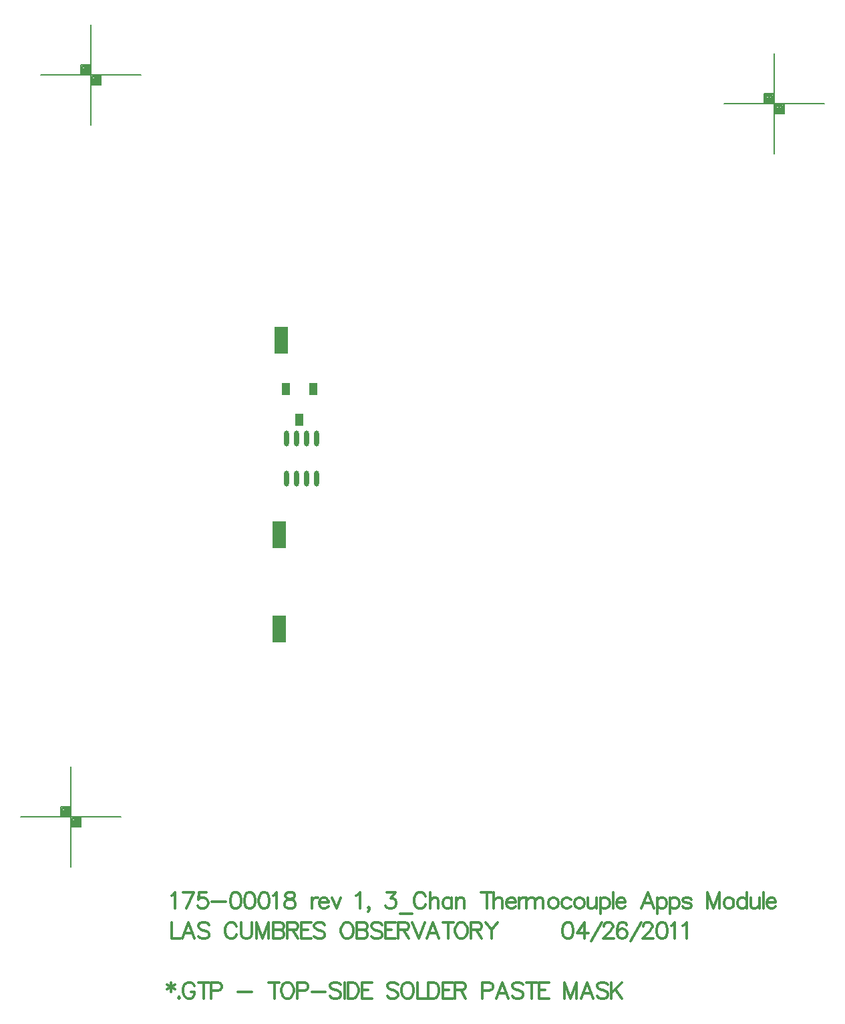
<source format=gtp>
%FSLAX23Y23*%
%MOIN*%
G70*
G01*
G75*
G04 Layer_Color=8421504*
%ADD10O,0.024X0.079*%
%ADD11R,0.070X0.135*%
%ADD12R,0.039X0.059*%
%ADD13C,0.010*%
%ADD14C,0.020*%
%ADD15C,0.012*%
%ADD16C,0.008*%
%ADD17C,0.012*%
%ADD18C,0.012*%
%ADD19C,0.120*%
%ADD20C,0.050*%
%ADD21C,0.059*%
%ADD22R,0.059X0.059*%
%ADD23C,0.276*%
%ADD24C,0.020*%
%ADD25C,0.040*%
%ADD26C,0.110*%
G04:AMPARAMS|DCode=27|XSize=130mil|YSize=130mil|CornerRadius=0mil|HoleSize=0mil|Usage=FLASHONLY|Rotation=0.000|XOffset=0mil|YOffset=0mil|HoleType=Round|Shape=Relief|Width=10mil|Gap=10mil|Entries=4|*
%AMTHD27*
7,0,0,0.130,0.110,0.010,45*
%
%ADD27THD27*%
%ADD28C,0.065*%
G04:AMPARAMS|DCode=29|XSize=85mil|YSize=85mil|CornerRadius=0mil|HoleSize=0mil|Usage=FLASHONLY|Rotation=0.000|XOffset=0mil|YOffset=0mil|HoleType=Round|Shape=Relief|Width=10mil|Gap=10mil|Entries=4|*
%AMTHD29*
7,0,0,0.085,0.065,0.010,45*
%
%ADD29THD29*%
%ADD30C,0.075*%
G04:AMPARAMS|DCode=31|XSize=95.433mil|YSize=95.433mil|CornerRadius=0mil|HoleSize=0mil|Usage=FLASHONLY|Rotation=0.000|XOffset=0mil|YOffset=0mil|HoleType=Round|Shape=Relief|Width=10mil|Gap=10mil|Entries=4|*
%AMTHD31*
7,0,0,0.095,0.075,0.010,45*
%
%ADD31THD31*%
%ADD32C,0.197*%
G04:AMPARAMS|DCode=33|XSize=70mil|YSize=70mil|CornerRadius=0mil|HoleSize=0mil|Usage=FLASHONLY|Rotation=0.000|XOffset=0mil|YOffset=0mil|HoleType=Round|Shape=Relief|Width=10mil|Gap=10mil|Entries=4|*
%AMTHD33*
7,0,0,0.070,0.050,0.010,45*
%
%ADD33THD33*%
%ADD34R,0.050X0.050*%
%ADD35O,0.087X0.024*%
%ADD36R,0.020X0.709*%
%ADD37R,0.085X0.016*%
%ADD38C,0.010*%
%ADD39C,0.008*%
%ADD40C,0.007*%
%ADD41R,0.175X0.238*%
D10*
X24778Y17943D02*
D03*
X24828D02*
D03*
X24878D02*
D03*
X24928D02*
D03*
X24778Y18140D02*
D03*
X24828D02*
D03*
X24878D02*
D03*
X24928D02*
D03*
D11*
X24753Y18631D02*
D03*
X24743Y17191D02*
D03*
Y17661D02*
D03*
D12*
X24912Y18388D02*
D03*
X24843Y18234D02*
D03*
X24774Y18388D02*
D03*
D16*
X26963Y19813D02*
X27463D01*
X27213Y19563D02*
Y20063D01*
X27163Y19813D02*
Y19863D01*
X27213D01*
X27263Y19763D02*
Y19813D01*
X27213Y19763D02*
X27263D01*
X27218Y19808D02*
X27258D01*
Y19768D02*
Y19808D01*
X27218Y19768D02*
X27258D01*
X27218D02*
Y19808D01*
X27223Y19803D02*
X27253D01*
Y19773D02*
Y19803D01*
X27223Y19773D02*
X27253D01*
X27223D02*
Y19798D01*
X27228D02*
X27248D01*
Y19778D02*
Y19798D01*
X27228Y19778D02*
X27248D01*
X27228D02*
Y19793D01*
X27233D02*
X27243D01*
Y19783D02*
Y19793D01*
X27233Y19783D02*
X27243D01*
X27233D02*
Y19793D01*
Y19788D02*
X27243D01*
X27168Y19858D02*
X27208D01*
Y19818D02*
Y19858D01*
X27168Y19818D02*
X27208D01*
X27168D02*
Y19858D01*
X27173Y19853D02*
X27203D01*
Y19823D02*
Y19853D01*
X27173Y19823D02*
X27203D01*
X27173D02*
Y19848D01*
X27178D02*
X27198D01*
Y19828D02*
Y19848D01*
X27178Y19828D02*
X27198D01*
X27178D02*
Y19843D01*
X27183D02*
X27193D01*
Y19833D02*
Y19843D01*
X27183Y19833D02*
X27193D01*
X27183D02*
Y19843D01*
Y19838D02*
X27193D01*
X23552Y19954D02*
X24052D01*
X23802Y19704D02*
Y20204D01*
X23752Y19954D02*
Y20004D01*
X23802D01*
X23852Y19904D02*
Y19954D01*
X23802Y19904D02*
X23852D01*
X23807Y19949D02*
X23847D01*
Y19909D02*
Y19949D01*
X23807Y19909D02*
X23847D01*
X23807D02*
Y19949D01*
X23812Y19944D02*
X23842D01*
Y19914D02*
Y19944D01*
X23812Y19914D02*
X23842D01*
X23812D02*
Y19939D01*
X23817D02*
X23837D01*
Y19919D02*
Y19939D01*
X23817Y19919D02*
X23837D01*
X23817D02*
Y19934D01*
X23822D02*
X23832D01*
Y19924D02*
Y19934D01*
X23822Y19924D02*
X23832D01*
X23822D02*
Y19934D01*
Y19929D02*
X23832D01*
X23757Y19999D02*
X23797D01*
Y19959D02*
Y19999D01*
X23757Y19959D02*
X23797D01*
X23757D02*
Y19999D01*
X23762Y19994D02*
X23792D01*
Y19964D02*
Y19994D01*
X23762Y19964D02*
X23792D01*
X23762D02*
Y19989D01*
X23767D02*
X23787D01*
Y19969D02*
Y19989D01*
X23767Y19969D02*
X23787D01*
X23767D02*
Y19984D01*
X23772D02*
X23782D01*
Y19974D02*
Y19984D01*
X23772Y19974D02*
X23782D01*
X23772D02*
Y19984D01*
Y19979D02*
X23782D01*
X23453Y16254D02*
X23953D01*
X23703Y16004D02*
Y16504D01*
X23653Y16254D02*
Y16304D01*
X23703D01*
X23753Y16204D02*
Y16254D01*
X23703Y16204D02*
X23753D01*
X23708Y16249D02*
X23748D01*
Y16209D02*
Y16249D01*
X23708Y16209D02*
X23748D01*
X23708D02*
Y16249D01*
X23713Y16244D02*
X23743D01*
Y16214D02*
Y16244D01*
X23713Y16214D02*
X23743D01*
X23713D02*
Y16239D01*
X23718D02*
X23738D01*
Y16219D02*
Y16239D01*
X23718Y16219D02*
X23738D01*
X23718D02*
Y16234D01*
X23723D02*
X23733D01*
Y16224D02*
Y16234D01*
X23723Y16224D02*
X23733D01*
X23723D02*
Y16234D01*
Y16229D02*
X23733D01*
X23658Y16299D02*
X23698D01*
Y16259D02*
Y16299D01*
X23658Y16259D02*
X23698D01*
X23658D02*
Y16299D01*
X23663Y16294D02*
X23693D01*
Y16264D02*
Y16294D01*
X23663Y16264D02*
X23693D01*
X23663D02*
Y16289D01*
X23668D02*
X23688D01*
Y16269D02*
Y16289D01*
X23668Y16269D02*
X23688D01*
X23668D02*
Y16284D01*
X23673D02*
X23683D01*
Y16274D02*
Y16284D01*
X23673Y16274D02*
X23683D01*
X23673D02*
Y16284D01*
Y16279D02*
X23683D01*
D17*
X24202Y15429D02*
Y15383D01*
X24183Y15418D02*
X24221Y15395D01*
Y15418D02*
X24183Y15395D01*
X24241Y15357D02*
X24238Y15353D01*
X24241Y15349D01*
X24245Y15353D01*
X24241Y15357D01*
X24320Y15410D02*
X24316Y15418D01*
X24308Y15425D01*
X24301Y15429D01*
X24286D01*
X24278Y15425D01*
X24270Y15418D01*
X24266Y15410D01*
X24263Y15399D01*
Y15380D01*
X24266Y15368D01*
X24270Y15361D01*
X24278Y15353D01*
X24286Y15349D01*
X24301D01*
X24308Y15353D01*
X24316Y15361D01*
X24320Y15368D01*
Y15380D01*
X24301D02*
X24320D01*
X24365Y15429D02*
Y15349D01*
X24338Y15429D02*
X24391D01*
X24401Y15387D02*
X24435D01*
X24447Y15391D01*
X24450Y15395D01*
X24454Y15402D01*
Y15414D01*
X24450Y15421D01*
X24447Y15425D01*
X24435Y15429D01*
X24401D01*
Y15349D01*
X24535Y15383D02*
X24604D01*
X24717Y15429D02*
Y15349D01*
X24690Y15429D02*
X24743D01*
X24776D02*
X24768Y15425D01*
X24760Y15418D01*
X24757Y15410D01*
X24753Y15399D01*
Y15380D01*
X24757Y15368D01*
X24760Y15361D01*
X24768Y15353D01*
X24776Y15349D01*
X24791D01*
X24799Y15353D01*
X24806Y15361D01*
X24810Y15368D01*
X24814Y15380D01*
Y15399D01*
X24810Y15410D01*
X24806Y15418D01*
X24799Y15425D01*
X24791Y15429D01*
X24776D01*
X24832Y15387D02*
X24867D01*
X24878Y15391D01*
X24882Y15395D01*
X24886Y15402D01*
Y15414D01*
X24882Y15421D01*
X24878Y15425D01*
X24867Y15429D01*
X24832D01*
Y15349D01*
X24904Y15383D02*
X24972D01*
X25049Y15418D02*
X25042Y15425D01*
X25030Y15429D01*
X25015D01*
X25003Y15425D01*
X24996Y15418D01*
Y15410D01*
X25000Y15402D01*
X25003Y15399D01*
X25011Y15395D01*
X25034Y15387D01*
X25042Y15383D01*
X25045Y15380D01*
X25049Y15372D01*
Y15361D01*
X25042Y15353D01*
X25030Y15349D01*
X25015D01*
X25003Y15353D01*
X24996Y15361D01*
X25067Y15429D02*
Y15349D01*
X25084Y15429D02*
Y15349D01*
Y15429D02*
X25110D01*
X25122Y15425D01*
X25130Y15418D01*
X25133Y15410D01*
X25137Y15399D01*
Y15380D01*
X25133Y15368D01*
X25130Y15361D01*
X25122Y15353D01*
X25110Y15349D01*
X25084D01*
X25205Y15429D02*
X25155D01*
Y15349D01*
X25205D01*
X25155Y15391D02*
X25185D01*
X25334Y15418D02*
X25326Y15425D01*
X25315Y15429D01*
X25300D01*
X25288Y15425D01*
X25281Y15418D01*
Y15410D01*
X25285Y15402D01*
X25288Y15399D01*
X25296Y15395D01*
X25319Y15387D01*
X25326Y15383D01*
X25330Y15380D01*
X25334Y15372D01*
Y15361D01*
X25326Y15353D01*
X25315Y15349D01*
X25300D01*
X25288Y15353D01*
X25281Y15361D01*
X25375Y15429D02*
X25367Y15425D01*
X25360Y15418D01*
X25356Y15410D01*
X25352Y15399D01*
Y15380D01*
X25356Y15368D01*
X25360Y15361D01*
X25367Y15353D01*
X25375Y15349D01*
X25390D01*
X25398Y15353D01*
X25405Y15361D01*
X25409Y15368D01*
X25413Y15380D01*
Y15399D01*
X25409Y15410D01*
X25405Y15418D01*
X25398Y15425D01*
X25390Y15429D01*
X25375D01*
X25432D02*
Y15349D01*
X25477D01*
X25486Y15429D02*
Y15349D01*
Y15429D02*
X25513D01*
X25524Y15425D01*
X25532Y15418D01*
X25536Y15410D01*
X25539Y15399D01*
Y15380D01*
X25536Y15368D01*
X25532Y15361D01*
X25524Y15353D01*
X25513Y15349D01*
X25486D01*
X25607Y15429D02*
X25557D01*
Y15349D01*
X25607D01*
X25557Y15391D02*
X25588D01*
X25620Y15429D02*
Y15349D01*
Y15429D02*
X25654D01*
X25666Y15425D01*
X25670Y15421D01*
X25673Y15414D01*
Y15406D01*
X25670Y15399D01*
X25666Y15395D01*
X25654Y15391D01*
X25620D01*
X25647D02*
X25673Y15349D01*
X25754Y15387D02*
X25788D01*
X25800Y15391D01*
X25804Y15395D01*
X25807Y15402D01*
Y15414D01*
X25804Y15421D01*
X25800Y15425D01*
X25788Y15429D01*
X25754D01*
Y15349D01*
X25886D02*
X25856Y15429D01*
X25825Y15349D01*
X25837Y15376D02*
X25875D01*
X25958Y15418D02*
X25951Y15425D01*
X25939Y15429D01*
X25924D01*
X25913Y15425D01*
X25905Y15418D01*
Y15410D01*
X25909Y15402D01*
X25913Y15399D01*
X25920Y15395D01*
X25943Y15387D01*
X25951Y15383D01*
X25954Y15380D01*
X25958Y15372D01*
Y15361D01*
X25951Y15353D01*
X25939Y15349D01*
X25924D01*
X25913Y15353D01*
X25905Y15361D01*
X26003Y15429D02*
Y15349D01*
X25976Y15429D02*
X26030D01*
X26089D02*
X26039D01*
Y15349D01*
X26089D01*
X26039Y15391D02*
X26069D01*
X26165Y15429D02*
Y15349D01*
Y15429D02*
X26195Y15349D01*
X26226Y15429D02*
X26195Y15349D01*
X26226Y15429D02*
Y15349D01*
X26309D02*
X26279Y15429D01*
X26249Y15349D01*
X26260Y15376D02*
X26298D01*
X26381Y15418D02*
X26374Y15425D01*
X26362Y15429D01*
X26347D01*
X26336Y15425D01*
X26328Y15418D01*
Y15410D01*
X26332Y15402D01*
X26336Y15399D01*
X26343Y15395D01*
X26366Y15387D01*
X26374Y15383D01*
X26378Y15380D01*
X26381Y15372D01*
Y15361D01*
X26374Y15353D01*
X26362Y15349D01*
X26347D01*
X26336Y15353D01*
X26328Y15361D01*
X26399Y15429D02*
Y15349D01*
X26453Y15429D02*
X26399Y15376D01*
X26418Y15395D02*
X26453Y15349D01*
X24204Y15862D02*
X24212Y15866D01*
X24223Y15878D01*
Y15798D01*
X24316Y15878D02*
X24278Y15798D01*
X24263Y15878D02*
X24316D01*
X24380D02*
X24342D01*
X24338Y15843D01*
X24342Y15847D01*
X24353Y15851D01*
X24364D01*
X24376Y15847D01*
X24383Y15840D01*
X24387Y15828D01*
Y15821D01*
X24383Y15809D01*
X24376Y15801D01*
X24364Y15798D01*
X24353D01*
X24342Y15801D01*
X24338Y15805D01*
X24334Y15813D01*
X24405Y15832D02*
X24474D01*
X24520Y15878D02*
X24509Y15874D01*
X24501Y15862D01*
X24497Y15843D01*
Y15832D01*
X24501Y15813D01*
X24509Y15801D01*
X24520Y15798D01*
X24528D01*
X24539Y15801D01*
X24547Y15813D01*
X24551Y15832D01*
Y15843D01*
X24547Y15862D01*
X24539Y15874D01*
X24528Y15878D01*
X24520D01*
X24591D02*
X24580Y15874D01*
X24572Y15862D01*
X24569Y15843D01*
Y15832D01*
X24572Y15813D01*
X24580Y15801D01*
X24591Y15798D01*
X24599D01*
X24610Y15801D01*
X24618Y15813D01*
X24622Y15832D01*
Y15843D01*
X24618Y15862D01*
X24610Y15874D01*
X24599Y15878D01*
X24591D01*
X24663D02*
X24651Y15874D01*
X24644Y15862D01*
X24640Y15843D01*
Y15832D01*
X24644Y15813D01*
X24651Y15801D01*
X24663Y15798D01*
X24670D01*
X24682Y15801D01*
X24689Y15813D01*
X24693Y15832D01*
Y15843D01*
X24689Y15862D01*
X24682Y15874D01*
X24670Y15878D01*
X24663D01*
X24711Y15862D02*
X24719Y15866D01*
X24730Y15878D01*
Y15798D01*
X24789Y15878D02*
X24777Y15874D01*
X24773Y15866D01*
Y15859D01*
X24777Y15851D01*
X24785Y15847D01*
X24800Y15843D01*
X24812Y15840D01*
X24819Y15832D01*
X24823Y15824D01*
Y15813D01*
X24819Y15805D01*
X24815Y15801D01*
X24804Y15798D01*
X24789D01*
X24777Y15801D01*
X24773Y15805D01*
X24770Y15813D01*
Y15824D01*
X24773Y15832D01*
X24781Y15840D01*
X24793Y15843D01*
X24808Y15847D01*
X24815Y15851D01*
X24819Y15859D01*
Y15866D01*
X24815Y15874D01*
X24804Y15878D01*
X24789D01*
X24904Y15851D02*
Y15798D01*
Y15828D02*
X24908Y15840D01*
X24915Y15847D01*
X24923Y15851D01*
X24934D01*
X24941Y15828D02*
X24987D01*
Y15836D01*
X24983Y15843D01*
X24980Y15847D01*
X24972Y15851D01*
X24960D01*
X24953Y15847D01*
X24945Y15840D01*
X24941Y15828D01*
Y15821D01*
X24945Y15809D01*
X24953Y15801D01*
X24960Y15798D01*
X24972D01*
X24980Y15801D01*
X24987Y15809D01*
X25004Y15851D02*
X25027Y15798D01*
X25050Y15851D02*
X25027Y15798D01*
X25126Y15862D02*
X25133Y15866D01*
X25145Y15878D01*
Y15798D01*
X25192Y15801D02*
X25188Y15798D01*
X25184Y15801D01*
X25188Y15805D01*
X25192Y15801D01*
Y15794D01*
X25188Y15786D01*
X25184Y15782D01*
X25280Y15878D02*
X25322D01*
X25299Y15847D01*
X25311D01*
X25318Y15843D01*
X25322Y15840D01*
X25326Y15828D01*
Y15821D01*
X25322Y15809D01*
X25314Y15801D01*
X25303Y15798D01*
X25291D01*
X25280Y15801D01*
X25276Y15805D01*
X25272Y15813D01*
X25344Y15771D02*
X25405D01*
X25472Y15859D02*
X25468Y15866D01*
X25461Y15874D01*
X25453Y15878D01*
X25438D01*
X25430Y15874D01*
X25422Y15866D01*
X25419Y15859D01*
X25415Y15847D01*
Y15828D01*
X25419Y15817D01*
X25422Y15809D01*
X25430Y15801D01*
X25438Y15798D01*
X25453D01*
X25461Y15801D01*
X25468Y15809D01*
X25472Y15817D01*
X25494Y15878D02*
Y15798D01*
Y15836D02*
X25506Y15847D01*
X25514Y15851D01*
X25525D01*
X25533Y15847D01*
X25536Y15836D01*
Y15798D01*
X25603Y15851D02*
Y15798D01*
Y15840D02*
X25595Y15847D01*
X25588Y15851D01*
X25576D01*
X25569Y15847D01*
X25561Y15840D01*
X25557Y15828D01*
Y15821D01*
X25561Y15809D01*
X25569Y15801D01*
X25576Y15798D01*
X25588D01*
X25595Y15801D01*
X25603Y15809D01*
X25624Y15851D02*
Y15798D01*
Y15836D02*
X25636Y15847D01*
X25643Y15851D01*
X25655D01*
X25662Y15847D01*
X25666Y15836D01*
Y15798D01*
X25777Y15878D02*
Y15798D01*
X25750Y15878D02*
X25803D01*
X25813D02*
Y15798D01*
Y15836D02*
X25824Y15847D01*
X25832Y15851D01*
X25843D01*
X25851Y15847D01*
X25855Y15836D01*
Y15798D01*
X25876Y15828D02*
X25921D01*
Y15836D01*
X25918Y15843D01*
X25914Y15847D01*
X25906Y15851D01*
X25895D01*
X25887Y15847D01*
X25880Y15840D01*
X25876Y15828D01*
Y15821D01*
X25880Y15809D01*
X25887Y15801D01*
X25895Y15798D01*
X25906D01*
X25914Y15801D01*
X25921Y15809D01*
X25939Y15851D02*
Y15798D01*
Y15828D02*
X25942Y15840D01*
X25950Y15847D01*
X25958Y15851D01*
X25969D01*
X25976D02*
Y15798D01*
Y15836D02*
X25988Y15847D01*
X25995Y15851D01*
X26007D01*
X26014Y15847D01*
X26018Y15836D01*
Y15798D01*
Y15836D02*
X26030Y15847D01*
X26037Y15851D01*
X26049D01*
X26056Y15847D01*
X26060Y15836D01*
Y15798D01*
X26104Y15851D02*
X26097Y15847D01*
X26089Y15840D01*
X26085Y15828D01*
Y15821D01*
X26089Y15809D01*
X26097Y15801D01*
X26104Y15798D01*
X26116D01*
X26123Y15801D01*
X26131Y15809D01*
X26135Y15821D01*
Y15828D01*
X26131Y15840D01*
X26123Y15847D01*
X26116Y15851D01*
X26104D01*
X26198Y15840D02*
X26190Y15847D01*
X26183Y15851D01*
X26171D01*
X26164Y15847D01*
X26156Y15840D01*
X26152Y15828D01*
Y15821D01*
X26156Y15809D01*
X26164Y15801D01*
X26171Y15798D01*
X26183D01*
X26190Y15801D01*
X26198Y15809D01*
X26234Y15851D02*
X26227Y15847D01*
X26219Y15840D01*
X26215Y15828D01*
Y15821D01*
X26219Y15809D01*
X26227Y15801D01*
X26234Y15798D01*
X26246D01*
X26253Y15801D01*
X26261Y15809D01*
X26265Y15821D01*
Y15828D01*
X26261Y15840D01*
X26253Y15847D01*
X26246Y15851D01*
X26234D01*
X26282D02*
Y15813D01*
X26286Y15801D01*
X26294Y15798D01*
X26305D01*
X26313Y15801D01*
X26324Y15813D01*
Y15851D02*
Y15798D01*
X26345Y15851D02*
Y15771D01*
Y15840D02*
X26353Y15847D01*
X26360Y15851D01*
X26372D01*
X26379Y15847D01*
X26387Y15840D01*
X26391Y15828D01*
Y15821D01*
X26387Y15809D01*
X26379Y15801D01*
X26372Y15798D01*
X26360D01*
X26353Y15801D01*
X26345Y15809D01*
X26408Y15878D02*
Y15798D01*
X26425Y15828D02*
X26470D01*
Y15836D01*
X26466Y15843D01*
X26463Y15847D01*
X26455Y15851D01*
X26444D01*
X26436Y15847D01*
X26428Y15840D01*
X26425Y15828D01*
Y15821D01*
X26428Y15809D01*
X26436Y15801D01*
X26444Y15798D01*
X26455D01*
X26463Y15801D01*
X26470Y15809D01*
X26611Y15798D02*
X26581Y15878D01*
X26550Y15798D01*
X26562Y15824D02*
X26600D01*
X26630Y15851D02*
Y15771D01*
Y15840D02*
X26637Y15847D01*
X26645Y15851D01*
X26657D01*
X26664Y15847D01*
X26672Y15840D01*
X26676Y15828D01*
Y15821D01*
X26672Y15809D01*
X26664Y15801D01*
X26657Y15798D01*
X26645D01*
X26637Y15801D01*
X26630Y15809D01*
X26693Y15851D02*
Y15771D01*
Y15840D02*
X26700Y15847D01*
X26708Y15851D01*
X26719D01*
X26727Y15847D01*
X26735Y15840D01*
X26738Y15828D01*
Y15821D01*
X26735Y15809D01*
X26727Y15801D01*
X26719Y15798D01*
X26708D01*
X26700Y15801D01*
X26693Y15809D01*
X26797Y15840D02*
X26794Y15847D01*
X26782Y15851D01*
X26771D01*
X26759Y15847D01*
X26756Y15840D01*
X26759Y15832D01*
X26767Y15828D01*
X26786Y15824D01*
X26794Y15821D01*
X26797Y15813D01*
Y15809D01*
X26794Y15801D01*
X26782Y15798D01*
X26771D01*
X26759Y15801D01*
X26756Y15809D01*
X26877Y15878D02*
Y15798D01*
Y15878D02*
X26908Y15798D01*
X26938Y15878D02*
X26908Y15798D01*
X26938Y15878D02*
Y15798D01*
X26980Y15851D02*
X26972Y15847D01*
X26965Y15840D01*
X26961Y15828D01*
Y15821D01*
X26965Y15809D01*
X26972Y15801D01*
X26980Y15798D01*
X26991D01*
X26999Y15801D01*
X27007Y15809D01*
X27010Y15821D01*
Y15828D01*
X27007Y15840D01*
X26999Y15847D01*
X26991Y15851D01*
X26980D01*
X27074Y15878D02*
Y15798D01*
Y15840D02*
X27066Y15847D01*
X27058Y15851D01*
X27047D01*
X27039Y15847D01*
X27032Y15840D01*
X27028Y15828D01*
Y15821D01*
X27032Y15809D01*
X27039Y15801D01*
X27047Y15798D01*
X27058D01*
X27066Y15801D01*
X27074Y15809D01*
X27095Y15851D02*
Y15813D01*
X27099Y15801D01*
X27106Y15798D01*
X27118D01*
X27125Y15801D01*
X27137Y15813D01*
Y15851D02*
Y15798D01*
X27158Y15878D02*
Y15798D01*
X27174Y15828D02*
X27220D01*
Y15836D01*
X27216Y15843D01*
X27213Y15847D01*
X27205Y15851D01*
X27194D01*
X27186Y15847D01*
X27178Y15840D01*
X27174Y15828D01*
Y15821D01*
X27178Y15809D01*
X27186Y15801D01*
X27194Y15798D01*
X27205D01*
X27213Y15801D01*
X27220Y15809D01*
D18*
X24204Y15728D02*
Y15648D01*
X24250D01*
X24319D02*
X24289Y15728D01*
X24259Y15648D01*
X24270Y15674D02*
X24308D01*
X24391Y15716D02*
X24384Y15724D01*
X24372Y15728D01*
X24357D01*
X24346Y15724D01*
X24338Y15716D01*
Y15709D01*
X24342Y15701D01*
X24346Y15697D01*
X24353Y15693D01*
X24376Y15686D01*
X24384Y15682D01*
X24388Y15678D01*
X24391Y15671D01*
Y15659D01*
X24384Y15651D01*
X24372Y15648D01*
X24357D01*
X24346Y15651D01*
X24338Y15659D01*
X24529Y15709D02*
X24526Y15716D01*
X24518Y15724D01*
X24510Y15728D01*
X24495D01*
X24487Y15724D01*
X24480Y15716D01*
X24476Y15709D01*
X24472Y15697D01*
Y15678D01*
X24476Y15667D01*
X24480Y15659D01*
X24487Y15651D01*
X24495Y15648D01*
X24510D01*
X24518Y15651D01*
X24526Y15659D01*
X24529Y15667D01*
X24552Y15728D02*
Y15671D01*
X24556Y15659D01*
X24563Y15651D01*
X24575Y15648D01*
X24582D01*
X24594Y15651D01*
X24601Y15659D01*
X24605Y15671D01*
Y15728D01*
X24627D02*
Y15648D01*
Y15728D02*
X24658Y15648D01*
X24688Y15728D02*
X24658Y15648D01*
X24688Y15728D02*
Y15648D01*
X24711Y15728D02*
Y15648D01*
Y15728D02*
X24745D01*
X24757Y15724D01*
X24761Y15720D01*
X24764Y15712D01*
Y15705D01*
X24761Y15697D01*
X24757Y15693D01*
X24745Y15690D01*
X24711D02*
X24745D01*
X24757Y15686D01*
X24761Y15682D01*
X24764Y15674D01*
Y15663D01*
X24761Y15655D01*
X24757Y15651D01*
X24745Y15648D01*
X24711D01*
X24782Y15728D02*
Y15648D01*
Y15728D02*
X24817D01*
X24828Y15724D01*
X24832Y15720D01*
X24836Y15712D01*
Y15705D01*
X24832Y15697D01*
X24828Y15693D01*
X24817Y15690D01*
X24782D01*
X24809D02*
X24836Y15648D01*
X24903Y15728D02*
X24853D01*
Y15648D01*
X24903D01*
X24853Y15690D02*
X24884D01*
X24970Y15716D02*
X24962Y15724D01*
X24951Y15728D01*
X24935D01*
X24924Y15724D01*
X24916Y15716D01*
Y15709D01*
X24920Y15701D01*
X24924Y15697D01*
X24932Y15693D01*
X24954Y15686D01*
X24962Y15682D01*
X24966Y15678D01*
X24970Y15671D01*
Y15659D01*
X24962Y15651D01*
X24951Y15648D01*
X24935D01*
X24924Y15651D01*
X24916Y15659D01*
X25073Y15728D02*
X25066Y15724D01*
X25058Y15716D01*
X25054Y15709D01*
X25050Y15697D01*
Y15678D01*
X25054Y15667D01*
X25058Y15659D01*
X25066Y15651D01*
X25073Y15648D01*
X25088D01*
X25096Y15651D01*
X25104Y15659D01*
X25108Y15667D01*
X25111Y15678D01*
Y15697D01*
X25108Y15709D01*
X25104Y15716D01*
X25096Y15724D01*
X25088Y15728D01*
X25073D01*
X25130D02*
Y15648D01*
Y15728D02*
X25164D01*
X25176Y15724D01*
X25179Y15720D01*
X25183Y15712D01*
Y15705D01*
X25179Y15697D01*
X25176Y15693D01*
X25164Y15690D01*
X25130D02*
X25164D01*
X25176Y15686D01*
X25179Y15682D01*
X25183Y15674D01*
Y15663D01*
X25179Y15655D01*
X25176Y15651D01*
X25164Y15648D01*
X25130D01*
X25255Y15716D02*
X25247Y15724D01*
X25235Y15728D01*
X25220D01*
X25209Y15724D01*
X25201Y15716D01*
Y15709D01*
X25205Y15701D01*
X25209Y15697D01*
X25216Y15693D01*
X25239Y15686D01*
X25247Y15682D01*
X25251Y15678D01*
X25255Y15671D01*
Y15659D01*
X25247Y15651D01*
X25235Y15648D01*
X25220D01*
X25209Y15651D01*
X25201Y15659D01*
X25322Y15728D02*
X25272D01*
Y15648D01*
X25322D01*
X25272Y15690D02*
X25303D01*
X25335Y15728D02*
Y15648D01*
Y15728D02*
X25370D01*
X25381Y15724D01*
X25385Y15720D01*
X25389Y15712D01*
Y15705D01*
X25385Y15697D01*
X25381Y15693D01*
X25370Y15690D01*
X25335D01*
X25362D02*
X25389Y15648D01*
X25406Y15728D02*
X25437Y15648D01*
X25467Y15728D02*
X25437Y15648D01*
X25539D02*
X25508Y15728D01*
X25478Y15648D01*
X25489Y15674D02*
X25527D01*
X25584Y15728D02*
Y15648D01*
X25557Y15728D02*
X25611D01*
X25643D02*
X25635Y15724D01*
X25628Y15716D01*
X25624Y15709D01*
X25620Y15697D01*
Y15678D01*
X25624Y15667D01*
X25628Y15659D01*
X25635Y15651D01*
X25643Y15648D01*
X25658D01*
X25666Y15651D01*
X25673Y15659D01*
X25677Y15667D01*
X25681Y15678D01*
Y15697D01*
X25677Y15709D01*
X25673Y15716D01*
X25666Y15724D01*
X25658Y15728D01*
X25643D01*
X25700D02*
Y15648D01*
Y15728D02*
X25734D01*
X25745Y15724D01*
X25749Y15720D01*
X25753Y15712D01*
Y15705D01*
X25749Y15697D01*
X25745Y15693D01*
X25734Y15690D01*
X25700D01*
X25726D02*
X25753Y15648D01*
X25771Y15728D02*
X25801Y15690D01*
Y15648D01*
X25832Y15728D02*
X25801Y15690D01*
X26179Y15728D02*
X26168Y15724D01*
X26160Y15712D01*
X26156Y15693D01*
Y15682D01*
X26160Y15663D01*
X26168Y15651D01*
X26179Y15648D01*
X26187D01*
X26198Y15651D01*
X26206Y15663D01*
X26210Y15682D01*
Y15693D01*
X26206Y15712D01*
X26198Y15724D01*
X26187Y15728D01*
X26179D01*
X26266D02*
X26228Y15674D01*
X26285D01*
X26266Y15728D02*
Y15648D01*
X26299Y15636D02*
X26352Y15728D01*
X26361Y15709D02*
Y15712D01*
X26365Y15720D01*
X26369Y15724D01*
X26377Y15728D01*
X26392D01*
X26399Y15724D01*
X26403Y15720D01*
X26407Y15712D01*
Y15705D01*
X26403Y15697D01*
X26396Y15686D01*
X26358Y15648D01*
X26411D01*
X26474Y15716D02*
X26471Y15724D01*
X26459Y15728D01*
X26452D01*
X26440Y15724D01*
X26433Y15712D01*
X26429Y15693D01*
Y15674D01*
X26433Y15659D01*
X26440Y15651D01*
X26452Y15648D01*
X26455D01*
X26467Y15651D01*
X26474Y15659D01*
X26478Y15671D01*
Y15674D01*
X26474Y15686D01*
X26467Y15693D01*
X26455Y15697D01*
X26452D01*
X26440Y15693D01*
X26433Y15686D01*
X26429Y15674D01*
X26496Y15636D02*
X26549Y15728D01*
X26558Y15709D02*
Y15712D01*
X26562Y15720D01*
X26566Y15724D01*
X26573Y15728D01*
X26589D01*
X26596Y15724D01*
X26600Y15720D01*
X26604Y15712D01*
Y15705D01*
X26600Y15697D01*
X26593Y15686D01*
X26554Y15648D01*
X26608D01*
X26649Y15728D02*
X26637Y15724D01*
X26629Y15712D01*
X26626Y15693D01*
Y15682D01*
X26629Y15663D01*
X26637Y15651D01*
X26649Y15648D01*
X26656D01*
X26668Y15651D01*
X26675Y15663D01*
X26679Y15682D01*
Y15693D01*
X26675Y15712D01*
X26668Y15724D01*
X26656Y15728D01*
X26649D01*
X26697Y15712D02*
X26705Y15716D01*
X26716Y15728D01*
Y15648D01*
X26756Y15712D02*
X26763Y15716D01*
X26775Y15728D01*
Y15648D01*
M02*

</source>
